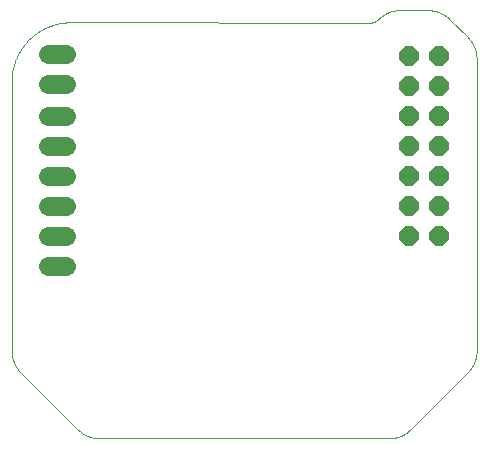
<source format=gbs>
G04 EAGLE Gerber RS-274X export*
G75*
%MOMM*%
%FSLAX34Y34*%
%LPD*%
%INSolder Mask bottom*%
%IPPOS*%
%AMOC8*
5,1,8,0,0,1.08239X$1,22.5*%
G01*
%ADD10C,0.000000*%
%ADD11C,1.625600*%
%ADD12P,1.759533X8X112.500000*%


D10*
X306979Y0D02*
X73025Y0D01*
X306979Y0D02*
X307583Y7D01*
X308188Y29D01*
X308791Y65D01*
X309393Y115D01*
X309994Y180D01*
X310594Y259D01*
X311191Y352D01*
X311786Y459D01*
X312378Y580D01*
X312967Y716D01*
X313553Y865D01*
X314135Y1029D01*
X314713Y1206D01*
X315287Y1397D01*
X315855Y1601D01*
X316419Y1819D01*
X316978Y2051D01*
X317531Y2295D01*
X318077Y2553D01*
X318618Y2824D01*
X319152Y3107D01*
X319679Y3403D01*
X320199Y3711D01*
X320711Y4032D01*
X321216Y4365D01*
X321712Y4710D01*
X322201Y5066D01*
X322680Y5434D01*
X323151Y5814D01*
X323612Y6204D01*
X324065Y6605D01*
X324507Y7017D01*
X324940Y7439D01*
X324940Y7440D02*
X373561Y56061D01*
X373560Y56060D02*
X373983Y56493D01*
X374395Y56935D01*
X374796Y57388D01*
X375186Y57849D01*
X375566Y58320D01*
X375934Y58799D01*
X376290Y59288D01*
X376635Y59784D01*
X376968Y60289D01*
X377289Y60801D01*
X377597Y61321D01*
X377893Y61848D01*
X378176Y62382D01*
X378447Y62923D01*
X378705Y63469D01*
X378949Y64022D01*
X379181Y64581D01*
X379399Y65145D01*
X379603Y65713D01*
X379794Y66287D01*
X379971Y66865D01*
X380135Y67447D01*
X380284Y68033D01*
X380420Y68622D01*
X380541Y69214D01*
X380648Y69809D01*
X380741Y70406D01*
X380820Y71006D01*
X380885Y71607D01*
X380935Y72209D01*
X380971Y72812D01*
X380993Y73417D01*
X381000Y74021D01*
X381000Y321410D01*
X380993Y322017D01*
X380971Y322624D01*
X380935Y323230D01*
X380884Y323834D01*
X380819Y324438D01*
X380739Y325040D01*
X380645Y325639D01*
X380537Y326237D01*
X380415Y326831D01*
X380278Y327423D01*
X380127Y328011D01*
X379963Y328595D01*
X379784Y329175D01*
X379591Y329751D01*
X379385Y330322D01*
X379166Y330888D01*
X378932Y331448D01*
X378686Y332003D01*
X378426Y332551D01*
X378153Y333094D01*
X377868Y333629D01*
X377569Y334158D01*
X377258Y334679D01*
X376935Y335193D01*
X376600Y335699D01*
X376252Y336197D01*
X375893Y336686D01*
X375522Y337167D01*
X375140Y337638D01*
X374747Y338100D01*
X374342Y338553D01*
X373927Y338996D01*
X373502Y339429D01*
X357749Y355079D01*
X357750Y355079D02*
X357304Y355511D01*
X356848Y355932D01*
X356382Y356342D01*
X355905Y356740D01*
X355420Y357127D01*
X354924Y357502D01*
X354420Y357864D01*
X353908Y358214D01*
X353386Y358551D01*
X352857Y358876D01*
X352320Y359187D01*
X351776Y359485D01*
X351224Y359770D01*
X350666Y360041D01*
X350101Y360299D01*
X349530Y360542D01*
X348953Y360772D01*
X348371Y360987D01*
X347783Y361189D01*
X347191Y361375D01*
X346595Y361548D01*
X345995Y361705D01*
X345390Y361848D01*
X344783Y361976D01*
X344173Y362089D01*
X343560Y362187D01*
X342944Y362271D01*
X342327Y362339D01*
X341709Y362392D01*
X341089Y362430D01*
X340469Y362452D01*
X339848Y362460D01*
X315909Y362460D01*
X315295Y362453D01*
X314681Y362430D01*
X314068Y362393D01*
X313456Y362341D01*
X312845Y362275D01*
X312237Y362193D01*
X311630Y362097D01*
X311026Y361986D01*
X310425Y361861D01*
X309827Y361721D01*
X309232Y361567D01*
X308641Y361398D01*
X308055Y361215D01*
X307473Y361018D01*
X306896Y360807D01*
X306325Y360582D01*
X305759Y360344D01*
X305199Y360092D01*
X304645Y359826D01*
X304098Y359547D01*
X303558Y359255D01*
X303025Y358950D01*
X302499Y358632D01*
X301981Y358301D01*
X301472Y357958D01*
X300971Y357603D01*
X300479Y357236D01*
X299995Y356857D01*
X299521Y356466D01*
X299057Y356064D01*
X298602Y355651D01*
X298158Y355227D01*
X298158Y355228D02*
X297947Y355027D01*
X297731Y354830D01*
X297510Y354639D01*
X297285Y354454D01*
X297055Y354274D01*
X296821Y354100D01*
X296583Y353931D01*
X296341Y353768D01*
X296095Y353611D01*
X295845Y353460D01*
X295592Y353315D01*
X295335Y353177D01*
X295075Y353044D01*
X294812Y352918D01*
X294546Y352799D01*
X294277Y352685D01*
X294005Y352579D01*
X293731Y352479D01*
X293454Y352385D01*
X293176Y352299D01*
X292895Y352219D01*
X292612Y352146D01*
X292328Y352080D01*
X292042Y352021D01*
X291755Y351968D01*
X291467Y351923D01*
X291178Y351885D01*
X290888Y351854D01*
X290597Y351829D01*
X290305Y351812D01*
X290014Y351802D01*
X289722Y351799D01*
X289722Y351798D02*
X37383Y352217D01*
X36174Y352204D01*
X34965Y352162D01*
X33758Y352091D01*
X32552Y351991D01*
X31349Y351862D01*
X30150Y351703D01*
X28955Y351516D01*
X27765Y351299D01*
X26581Y351054D01*
X25403Y350781D01*
X24231Y350479D01*
X23068Y350149D01*
X21912Y349790D01*
X20766Y349404D01*
X19630Y348990D01*
X18503Y348549D01*
X17388Y348081D01*
X16285Y347586D01*
X15193Y347064D01*
X14115Y346517D01*
X13050Y345943D01*
X11999Y345343D01*
X10964Y344719D01*
X9943Y344069D01*
X8939Y343395D01*
X7951Y342697D01*
X6980Y341975D01*
X6028Y341230D01*
X5093Y340462D01*
X4177Y339672D01*
X3281Y338860D01*
X2405Y338026D01*
X1549Y337172D01*
X714Y336297D01*
X-100Y335402D01*
X-892Y334487D01*
X-1661Y333554D01*
X-2408Y332602D01*
X-3131Y331633D01*
X-3831Y330646D01*
X-4507Y329643D01*
X-5158Y328624D01*
X-5784Y327589D01*
X-6385Y326539D01*
X-6961Y325476D01*
X-7511Y324398D01*
X-8034Y323308D01*
X-8531Y322205D01*
X-9001Y321090D01*
X-9444Y319965D01*
X-9860Y318829D01*
X-10248Y317683D01*
X-10608Y316529D01*
X-10940Y315366D01*
X-11244Y314195D01*
X-11520Y313017D01*
X-11767Y311833D01*
X-11985Y310643D01*
X-12174Y309449D01*
X-12335Y308250D01*
X-12466Y307047D01*
X-12568Y305842D01*
X-12642Y304635D01*
X-12685Y303426D01*
X-12700Y302217D01*
X-12700Y149225D01*
X-12700Y117475D01*
X-12700Y74021D01*
X43360Y7439D02*
X43793Y7017D01*
X44235Y6605D01*
X44688Y6204D01*
X45149Y5814D01*
X45620Y5434D01*
X46099Y5066D01*
X46588Y4710D01*
X47084Y4365D01*
X47589Y4032D01*
X48101Y3711D01*
X48621Y3403D01*
X49148Y3107D01*
X49682Y2824D01*
X50223Y2553D01*
X50769Y2295D01*
X51322Y2051D01*
X51881Y1819D01*
X52445Y1601D01*
X53013Y1397D01*
X53587Y1206D01*
X54165Y1029D01*
X54747Y865D01*
X55333Y716D01*
X55922Y580D01*
X56514Y459D01*
X57109Y352D01*
X57706Y259D01*
X58306Y180D01*
X58907Y115D01*
X59509Y65D01*
X60112Y29D01*
X60717Y7D01*
X61321Y0D01*
X43361Y7440D02*
X-5261Y56061D01*
X-5260Y56060D02*
X-5683Y56493D01*
X-6095Y56935D01*
X-6496Y57388D01*
X-6886Y57849D01*
X-7266Y58320D01*
X-7634Y58799D01*
X-7990Y59288D01*
X-8335Y59784D01*
X-8668Y60289D01*
X-8989Y60801D01*
X-9297Y61321D01*
X-9593Y61848D01*
X-9876Y62382D01*
X-10147Y62923D01*
X-10405Y63469D01*
X-10649Y64022D01*
X-10881Y64581D01*
X-11099Y65145D01*
X-11303Y65713D01*
X-11494Y66287D01*
X-11671Y66865D01*
X-11835Y67447D01*
X-11984Y68033D01*
X-12120Y68622D01*
X-12241Y69214D01*
X-12348Y69809D01*
X-12441Y70406D01*
X-12520Y71006D01*
X-12585Y71607D01*
X-12635Y72209D01*
X-12671Y72812D01*
X-12693Y73417D01*
X-12700Y74021D01*
X61321Y0D02*
X73025Y0D01*
D11*
X33020Y146050D02*
X17780Y146050D01*
X17780Y171450D02*
X33020Y171450D01*
X33020Y196850D02*
X17780Y196850D01*
X17780Y222250D02*
X33020Y222250D01*
X33020Y247650D02*
X17780Y247650D01*
X17780Y273050D02*
X33020Y273050D01*
X33020Y300025D02*
X17780Y300025D01*
X17780Y325425D02*
X33020Y325425D01*
D12*
X349250Y171450D03*
X323850Y171450D03*
X349250Y196850D03*
X323850Y196850D03*
X349250Y222250D03*
X323850Y222250D03*
X349250Y247650D03*
X323850Y247650D03*
X349250Y273050D03*
X323850Y273050D03*
X349250Y298450D03*
X323850Y298450D03*
X349250Y323850D03*
X323850Y323850D03*
M02*

</source>
